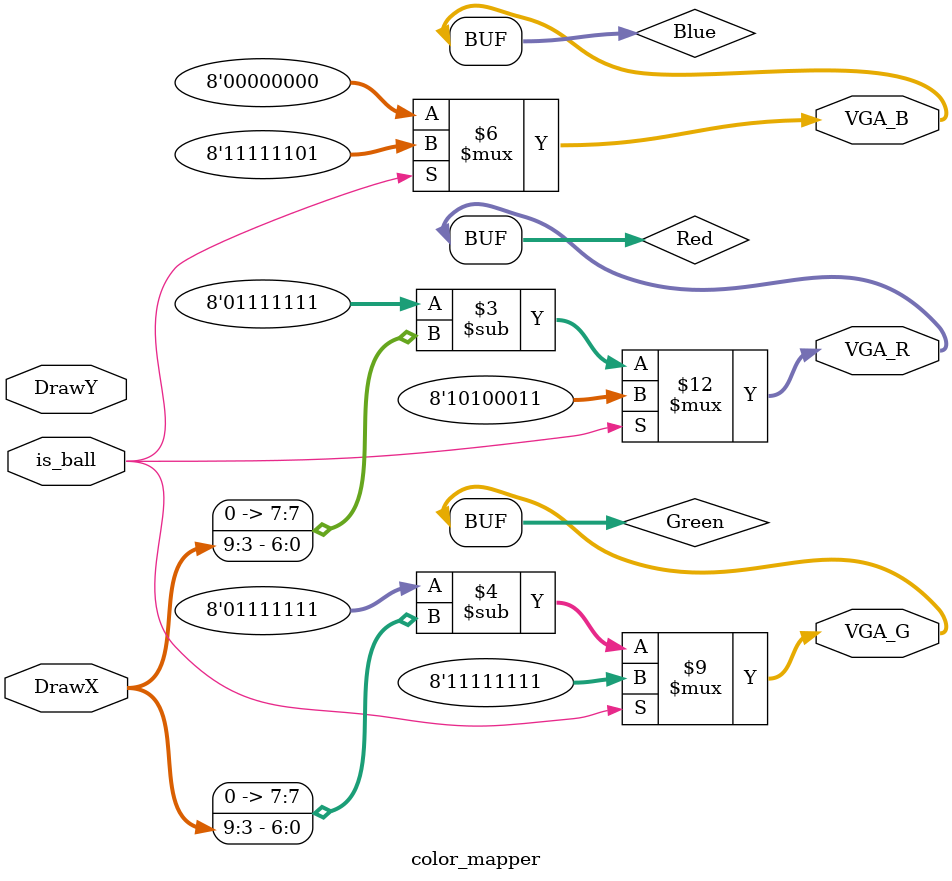
<source format=sv>

module  color_mapper ( input              is_ball,            // Whether current pixel belongs to ball 
                                                              //   or background (computed in ball.sv)
                       input        [9:0] DrawX, DrawY,       // Current pixel coordinates
                       output logic [7:0] VGA_R, VGA_G, VGA_B // VGA RGB output
                     );
    
    logic [7:0] Red, Green, Blue;
    
    // Output colors to VGA
    assign VGA_R = Red;
    assign VGA_G = Green;
    assign VGA_B = Blue;
    
    // Assign color based on is_ball signal
    always_comb
    begin
        if (is_ball == 1'b1) 
        begin
            // White ball
            Red = 8'ha3;
            Green = 8'hff;
            Blue = 8'hfd;
        end
        else 
        begin
            // Background with nice color gradient
            Red = 8'h7F - {1'b0, DrawX[9:3]}; 
            Green = 8'h7F - {1'b0, DrawX[9:3]};
            Blue = 8'h00;
        end
    end 
    
endmodule

</source>
